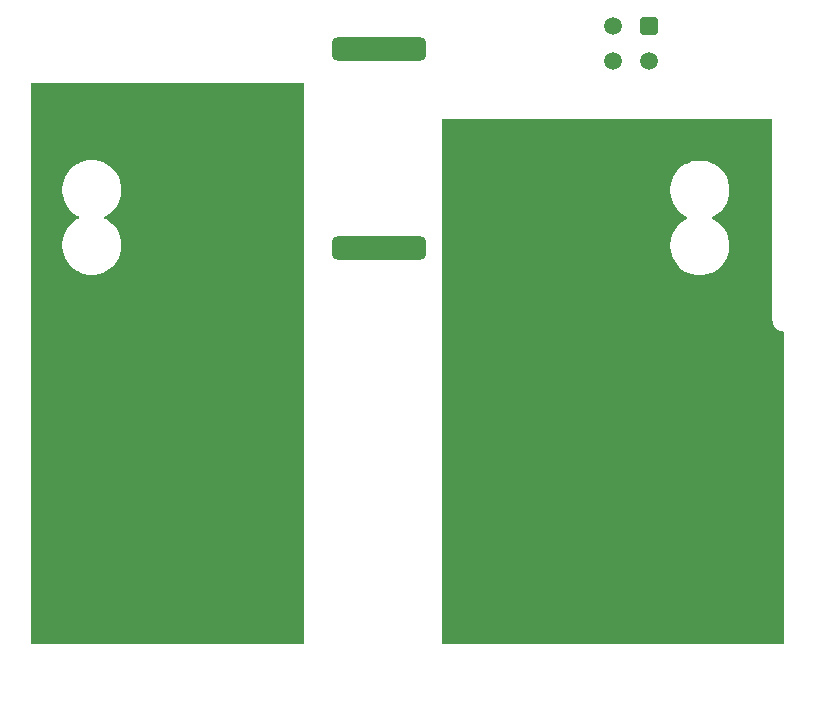
<source format=gbr>
%TF.GenerationSoftware,KiCad,Pcbnew,(6.0.1)*%
%TF.CreationDate,2022-06-01T15:12:45+03:00*%
%TF.ProjectId,Charge Adapter,43686172-6765-4204-9164-61707465722e,rev?*%
%TF.SameCoordinates,Original*%
%TF.FileFunction,Copper,L1,Top*%
%TF.FilePolarity,Positive*%
%FSLAX46Y46*%
G04 Gerber Fmt 4.6, Leading zero omitted, Abs format (unit mm)*
G04 Created by KiCad (PCBNEW (6.0.1)) date 2022-06-01 15:12:45*
%MOMM*%
%LPD*%
G01*
G04 APERTURE LIST*
G04 Aperture macros list*
%AMRoundRect*
0 Rectangle with rounded corners*
0 $1 Rounding radius*
0 $2 $3 $4 $5 $6 $7 $8 $9 X,Y pos of 4 corners*
0 Add a 4 corners polygon primitive as box body*
4,1,4,$2,$3,$4,$5,$6,$7,$8,$9,$2,$3,0*
0 Add four circle primitives for the rounded corners*
1,1,$1+$1,$2,$3*
1,1,$1+$1,$4,$5*
1,1,$1+$1,$6,$7*
1,1,$1+$1,$8,$9*
0 Add four rect primitives between the rounded corners*
20,1,$1+$1,$2,$3,$4,$5,0*
20,1,$1+$1,$4,$5,$6,$7,0*
20,1,$1+$1,$6,$7,$8,$9,0*
20,1,$1+$1,$8,$9,$2,$3,0*%
G04 Aperture macros list end*
%TA.AperFunction,ComponentPad*%
%ADD10C,2.400000*%
%TD*%
%TA.AperFunction,ComponentPad*%
%ADD11O,2.400000X2.400000*%
%TD*%
%TA.AperFunction,ComponentPad*%
%ADD12RoundRect,0.250001X0.499999X-0.499999X0.499999X0.499999X-0.499999X0.499999X-0.499999X-0.499999X0*%
%TD*%
%TA.AperFunction,ComponentPad*%
%ADD13C,1.500000*%
%TD*%
%TA.AperFunction,ComponentPad*%
%ADD14RoundRect,0.250001X-0.499999X0.499999X-0.499999X-0.499999X0.499999X-0.499999X0.499999X0.499999X0*%
%TD*%
%TA.AperFunction,ComponentPad*%
%ADD15RoundRect,0.500000X3.500000X0.500000X-3.500000X0.500000X-3.500000X-0.500000X3.500000X-0.500000X0*%
%TD*%
%TA.AperFunction,ComponentPad*%
%ADD16RoundRect,0.500000X-0.500000X3.500000X-0.500000X-3.500000X0.500000X-3.500000X0.500000X3.500000X0*%
%TD*%
G04 APERTURE END LIST*
D10*
%TO.P,R2,1*%
%TO.N,Net-(D1-Pad30)*%
X155071000Y-83139000D03*
D11*
%TO.P,R2,2*%
%TO.N,Net-(D1-Pad87)*%
X94111000Y-83139000D03*
%TD*%
D10*
%TO.P,R1,1*%
%TO.N,Net-(D1-Pad30)*%
X155071000Y-97189000D03*
D11*
%TO.P,R1,2*%
%TO.N,Net-(D1-Pad87)*%
X94111000Y-97189000D03*
%TD*%
D12*
%TO.P,J3,1,Pin_1*%
%TO.N,Net-(D1-Pad87)*%
X102153000Y-71810000D03*
D13*
%TO.P,J3,2,Pin_2*%
X102153000Y-68810000D03*
%TO.P,J3,3,Pin_3*%
X102153000Y-65810000D03*
%TO.P,J3,4,Pin_4*%
X102153000Y-62810000D03*
%TO.P,J3,5,Pin_5*%
X105153000Y-71810000D03*
%TO.P,J3,6,Pin_6*%
X105153000Y-68810000D03*
%TO.P,J3,7,Pin_7*%
X105153000Y-65810000D03*
%TO.P,J3,8,Pin_8*%
X105153000Y-62810000D03*
%TD*%
D14*
%TO.P,J2,1,Pin_1*%
%TO.N,Net-(D1-Pad86)*%
X144989000Y-51078000D03*
D13*
%TO.P,J2,2,Pin_2*%
%TO.N,Net-(D1-Pad85)*%
X144989000Y-54078000D03*
%TO.P,J2,3,Pin_3*%
%TO.N,Net-(D1-Pad86)*%
X141989000Y-51078000D03*
%TO.P,J2,4,Pin_4*%
%TO.N,Net-(D1-Pad85)*%
X141989000Y-54078000D03*
%TD*%
D14*
%TO.P,J1,1,Pin_1*%
%TO.N,Net-(D1-Pad30)*%
X144989000Y-62810000D03*
D13*
%TO.P,J1,2,Pin_2*%
X144989000Y-65810000D03*
%TO.P,J1,3,Pin_3*%
X144989000Y-68810000D03*
%TO.P,J1,4,Pin_4*%
X144989000Y-71810000D03*
%TO.P,J1,5,Pin_5*%
X141989000Y-62810000D03*
%TO.P,J1,6,Pin_6*%
X141989000Y-65810000D03*
%TO.P,J1,7,Pin_7*%
X141989000Y-68810000D03*
%TO.P,J1,8,Pin_8*%
X141989000Y-71810000D03*
%TD*%
D15*
%TO.P,D1,30*%
%TO.N,Net-(D1-Pad30)*%
X131674000Y-61468000D03*
%TO.P,D1,85*%
%TO.N,Net-(D1-Pad85)*%
X122174000Y-69868000D03*
%TO.P,D1,86*%
%TO.N,Net-(D1-Pad86)*%
X122174000Y-53068000D03*
D16*
%TO.P,D1,87*%
%TO.N,Net-(D1-Pad87)*%
X113774000Y-61468000D03*
%TD*%
%TA.AperFunction,Conductor*%
%TO.N,Net-(D1-Pad87)*%
G36*
X115766121Y-55900002D02*
G01*
X115812614Y-55953658D01*
X115824000Y-56006000D01*
X115824000Y-103268000D01*
X115803998Y-103336121D01*
X115750342Y-103382614D01*
X115698000Y-103394000D01*
X92836000Y-103394000D01*
X92767879Y-103373998D01*
X92721386Y-103320342D01*
X92710000Y-103268000D01*
X92710000Y-69807318D01*
X95332500Y-69807318D01*
X95371934Y-70119473D01*
X95372920Y-70123312D01*
X95449194Y-70420383D01*
X95449197Y-70420391D01*
X95450181Y-70424225D01*
X95566006Y-70716766D01*
X95717584Y-70992484D01*
X95902522Y-71247030D01*
X96117906Y-71476390D01*
X96360337Y-71676947D01*
X96625993Y-71845537D01*
X96629572Y-71847221D01*
X96629579Y-71847225D01*
X96907095Y-71977814D01*
X96907099Y-71977816D01*
X96910685Y-71979503D01*
X97209921Y-72076731D01*
X97518985Y-72135688D01*
X97612489Y-72141571D01*
X97752422Y-72150375D01*
X97752438Y-72150376D01*
X97754417Y-72150500D01*
X97911583Y-72150500D01*
X97913562Y-72150376D01*
X97913578Y-72150375D01*
X98053511Y-72141571D01*
X98147015Y-72135688D01*
X98456079Y-72076731D01*
X98755315Y-71979503D01*
X98758901Y-71977816D01*
X98758905Y-71977814D01*
X99036421Y-71847225D01*
X99036428Y-71847221D01*
X99040007Y-71845537D01*
X99305663Y-71676947D01*
X99548094Y-71476390D01*
X99763478Y-71247030D01*
X99948416Y-70992484D01*
X100099994Y-70716766D01*
X100215819Y-70424225D01*
X100216803Y-70420391D01*
X100216806Y-70420383D01*
X100293080Y-70123312D01*
X100294066Y-70119473D01*
X100333500Y-69807318D01*
X100333500Y-69492682D01*
X100294066Y-69180527D01*
X100265193Y-69068074D01*
X100216806Y-68879617D01*
X100216803Y-68879609D01*
X100215819Y-68875775D01*
X100099994Y-68583234D01*
X99948416Y-68307516D01*
X99763478Y-68052970D01*
X99548094Y-67823610D01*
X99305663Y-67623053D01*
X99040007Y-67454463D01*
X99036428Y-67452779D01*
X99036421Y-67452775D01*
X98954036Y-67414008D01*
X98900915Y-67366905D01*
X98881692Y-67298560D01*
X98902471Y-67230673D01*
X98954036Y-67185992D01*
X99036421Y-67147225D01*
X99036428Y-67147221D01*
X99040007Y-67145537D01*
X99305663Y-66976947D01*
X99548094Y-66776390D01*
X99763478Y-66547030D01*
X99948416Y-66292484D01*
X100099994Y-66016766D01*
X100215819Y-65724225D01*
X100216803Y-65720391D01*
X100216806Y-65720383D01*
X100293080Y-65423312D01*
X100294066Y-65419473D01*
X100333500Y-65107318D01*
X100333500Y-64792682D01*
X100294066Y-64480527D01*
X100265193Y-64368074D01*
X100216806Y-64179617D01*
X100216803Y-64179609D01*
X100215819Y-64175775D01*
X100099994Y-63883234D01*
X99948416Y-63607516D01*
X99763478Y-63352970D01*
X99548094Y-63123610D01*
X99305663Y-62923053D01*
X99040007Y-62754463D01*
X99036428Y-62752779D01*
X99036421Y-62752775D01*
X98758905Y-62622186D01*
X98758901Y-62622184D01*
X98755315Y-62620497D01*
X98456079Y-62523269D01*
X98147015Y-62464312D01*
X98053511Y-62458429D01*
X97913578Y-62449625D01*
X97913562Y-62449624D01*
X97911583Y-62449500D01*
X97754417Y-62449500D01*
X97752438Y-62449624D01*
X97752422Y-62449625D01*
X97612489Y-62458429D01*
X97518985Y-62464312D01*
X97209921Y-62523269D01*
X96910685Y-62620497D01*
X96907099Y-62622184D01*
X96907095Y-62622186D01*
X96629579Y-62752775D01*
X96629572Y-62752779D01*
X96625993Y-62754463D01*
X96360337Y-62923053D01*
X96117906Y-63123610D01*
X95902522Y-63352970D01*
X95717584Y-63607516D01*
X95566006Y-63883234D01*
X95450181Y-64175775D01*
X95449197Y-64179609D01*
X95449194Y-64179617D01*
X95400807Y-64368074D01*
X95371934Y-64480527D01*
X95332500Y-64792682D01*
X95332500Y-65107318D01*
X95371934Y-65419473D01*
X95372920Y-65423312D01*
X95449194Y-65720383D01*
X95449197Y-65720391D01*
X95450181Y-65724225D01*
X95566006Y-66016766D01*
X95717584Y-66292484D01*
X95902522Y-66547030D01*
X96117906Y-66776390D01*
X96360337Y-66976947D01*
X96625993Y-67145537D01*
X96629572Y-67147221D01*
X96629579Y-67147225D01*
X96711964Y-67185992D01*
X96765085Y-67233095D01*
X96784308Y-67301440D01*
X96763529Y-67369327D01*
X96711964Y-67414008D01*
X96629579Y-67452775D01*
X96629572Y-67452779D01*
X96625993Y-67454463D01*
X96360337Y-67623053D01*
X96117906Y-67823610D01*
X95902522Y-68052970D01*
X95717584Y-68307516D01*
X95566006Y-68583234D01*
X95450181Y-68875775D01*
X95449197Y-68879609D01*
X95449194Y-68879617D01*
X95400807Y-69068074D01*
X95371934Y-69180527D01*
X95332500Y-69492682D01*
X95332500Y-69807318D01*
X92710000Y-69807318D01*
X92710000Y-56006000D01*
X92730002Y-55937879D01*
X92783658Y-55891386D01*
X92836000Y-55880000D01*
X115698000Y-55880000D01*
X115766121Y-55900002D01*
G37*
%TD.AperFunction*%
%TD*%
%TA.AperFunction,Conductor*%
%TO.N,Net-(D1-Pad30)*%
G36*
X155406121Y-58948002D02*
G01*
X155452614Y-59001658D01*
X155464000Y-59054000D01*
X155464000Y-75916303D01*
X155463827Y-75922897D01*
X155460043Y-75995102D01*
X155460998Y-76001415D01*
X155460998Y-76001420D01*
X155471117Y-76068322D01*
X155471889Y-76074432D01*
X155479373Y-76148115D01*
X155481281Y-76154203D01*
X155483839Y-76162365D01*
X155488187Y-76181197D01*
X155490422Y-76195972D01*
X155492627Y-76201965D01*
X155515997Y-76265482D01*
X155517980Y-76271308D01*
X155540125Y-76341973D01*
X155543219Y-76347555D01*
X155543222Y-76347562D01*
X155547365Y-76355036D01*
X155555411Y-76372610D01*
X155558363Y-76380634D01*
X155558367Y-76380643D01*
X155560571Y-76386632D01*
X155563937Y-76392060D01*
X155599601Y-76449580D01*
X155602695Y-76454853D01*
X155638616Y-76519657D01*
X155642771Y-76524504D01*
X155648336Y-76530997D01*
X155659759Y-76546605D01*
X155667625Y-76559292D01*
X155672009Y-76563928D01*
X155718511Y-76613103D01*
X155722630Y-76617678D01*
X155770824Y-76673906D01*
X155782631Y-76683064D01*
X155796947Y-76696046D01*
X155807210Y-76706899D01*
X155812440Y-76710561D01*
X155812441Y-76710562D01*
X155867881Y-76749382D01*
X155872836Y-76753035D01*
X155931348Y-76798421D01*
X155937079Y-76801241D01*
X155944745Y-76805014D01*
X155961382Y-76814853D01*
X155968392Y-76819761D01*
X155968395Y-76819763D01*
X155973624Y-76823424D01*
X155979478Y-76825957D01*
X155979481Y-76825959D01*
X156041583Y-76852833D01*
X156047171Y-76855415D01*
X156107899Y-76885296D01*
X156113630Y-76888116D01*
X156123735Y-76890748D01*
X156128090Y-76891883D01*
X156146362Y-76898174D01*
X156160071Y-76904106D01*
X156166310Y-76905410D01*
X156166315Y-76905411D01*
X156232548Y-76919248D01*
X156238540Y-76920653D01*
X156310225Y-76939325D01*
X156316595Y-76939659D01*
X156316596Y-76939659D01*
X156325143Y-76940107D01*
X156344309Y-76942596D01*
X156358929Y-76945650D01*
X156358721Y-76946644D01*
X156419206Y-76973275D01*
X156458401Y-77032472D01*
X156464000Y-77069616D01*
X156464000Y-103268000D01*
X156443998Y-103336121D01*
X156390342Y-103382614D01*
X156338000Y-103394000D01*
X127634000Y-103394000D01*
X127565879Y-103373998D01*
X127519386Y-103320342D01*
X127508000Y-103268000D01*
X127508000Y-69827318D01*
X146808500Y-69827318D01*
X146847934Y-70139473D01*
X146848920Y-70143312D01*
X146925194Y-70440383D01*
X146925197Y-70440391D01*
X146926181Y-70444225D01*
X147042006Y-70736766D01*
X147193584Y-71012484D01*
X147378522Y-71267030D01*
X147593906Y-71496390D01*
X147836337Y-71696947D01*
X148101993Y-71865537D01*
X148105572Y-71867221D01*
X148105579Y-71867225D01*
X148383095Y-71997814D01*
X148383099Y-71997816D01*
X148386685Y-71999503D01*
X148685921Y-72096731D01*
X148994985Y-72155688D01*
X149088489Y-72161571D01*
X149228422Y-72170375D01*
X149228438Y-72170376D01*
X149230417Y-72170500D01*
X149387583Y-72170500D01*
X149389562Y-72170376D01*
X149389578Y-72170375D01*
X149529511Y-72161571D01*
X149623015Y-72155688D01*
X149932079Y-72096731D01*
X150231315Y-71999503D01*
X150234901Y-71997816D01*
X150234905Y-71997814D01*
X150512421Y-71867225D01*
X150512428Y-71867221D01*
X150516007Y-71865537D01*
X150781663Y-71696947D01*
X151024094Y-71496390D01*
X151239478Y-71267030D01*
X151424416Y-71012484D01*
X151575994Y-70736766D01*
X151691819Y-70444225D01*
X151692803Y-70440391D01*
X151692806Y-70440383D01*
X151769080Y-70143312D01*
X151770066Y-70139473D01*
X151809500Y-69827318D01*
X151809500Y-69512682D01*
X151770066Y-69200527D01*
X151741193Y-69088074D01*
X151692806Y-68899617D01*
X151692803Y-68899609D01*
X151691819Y-68895775D01*
X151575994Y-68603234D01*
X151424416Y-68327516D01*
X151239478Y-68072970D01*
X151024094Y-67843610D01*
X150781663Y-67643053D01*
X150516007Y-67474463D01*
X150512428Y-67472779D01*
X150512421Y-67472775D01*
X150430036Y-67434008D01*
X150376915Y-67386905D01*
X150357692Y-67318560D01*
X150378471Y-67250673D01*
X150430036Y-67205992D01*
X150512421Y-67167225D01*
X150512428Y-67167221D01*
X150516007Y-67165537D01*
X150781663Y-66996947D01*
X151024094Y-66796390D01*
X151239478Y-66567030D01*
X151424416Y-66312484D01*
X151575994Y-66036766D01*
X151691819Y-65744225D01*
X151692803Y-65740391D01*
X151692806Y-65740383D01*
X151769080Y-65443312D01*
X151770066Y-65439473D01*
X151809500Y-65127318D01*
X151809500Y-64812682D01*
X151770066Y-64500527D01*
X151741193Y-64388074D01*
X151692806Y-64199617D01*
X151692803Y-64199609D01*
X151691819Y-64195775D01*
X151575994Y-63903234D01*
X151424416Y-63627516D01*
X151239478Y-63372970D01*
X151024094Y-63143610D01*
X150781663Y-62943053D01*
X150516007Y-62774463D01*
X150512428Y-62772779D01*
X150512421Y-62772775D01*
X150234905Y-62642186D01*
X150234901Y-62642184D01*
X150231315Y-62640497D01*
X149932079Y-62543269D01*
X149623015Y-62484312D01*
X149529511Y-62478429D01*
X149389578Y-62469625D01*
X149389562Y-62469624D01*
X149387583Y-62469500D01*
X149230417Y-62469500D01*
X149228438Y-62469624D01*
X149228422Y-62469625D01*
X149088489Y-62478429D01*
X148994985Y-62484312D01*
X148685921Y-62543269D01*
X148386685Y-62640497D01*
X148383099Y-62642184D01*
X148383095Y-62642186D01*
X148105579Y-62772775D01*
X148105572Y-62772779D01*
X148101993Y-62774463D01*
X147836337Y-62943053D01*
X147593906Y-63143610D01*
X147378522Y-63372970D01*
X147193584Y-63627516D01*
X147042006Y-63903234D01*
X146926181Y-64195775D01*
X146925197Y-64199609D01*
X146925194Y-64199617D01*
X146876807Y-64388074D01*
X146847934Y-64500527D01*
X146808500Y-64812682D01*
X146808500Y-65127318D01*
X146847934Y-65439473D01*
X146848920Y-65443312D01*
X146925194Y-65740383D01*
X146925197Y-65740391D01*
X146926181Y-65744225D01*
X147042006Y-66036766D01*
X147193584Y-66312484D01*
X147378522Y-66567030D01*
X147593906Y-66796390D01*
X147836337Y-66996947D01*
X148101993Y-67165537D01*
X148105572Y-67167221D01*
X148105579Y-67167225D01*
X148187964Y-67205992D01*
X148241085Y-67253095D01*
X148260308Y-67321440D01*
X148239529Y-67389327D01*
X148187964Y-67434008D01*
X148105579Y-67472775D01*
X148105572Y-67472779D01*
X148101993Y-67474463D01*
X147836337Y-67643053D01*
X147593906Y-67843610D01*
X147378522Y-68072970D01*
X147193584Y-68327516D01*
X147042006Y-68603234D01*
X146926181Y-68895775D01*
X146925197Y-68899609D01*
X146925194Y-68899617D01*
X146876807Y-69088074D01*
X146847934Y-69200527D01*
X146808500Y-69512682D01*
X146808500Y-69827318D01*
X127508000Y-69827318D01*
X127508000Y-59054000D01*
X127528002Y-58985879D01*
X127581658Y-58939386D01*
X127634000Y-58928000D01*
X155338000Y-58928000D01*
X155406121Y-58948002D01*
G37*
%TD.AperFunction*%
%TD*%
M02*

</source>
